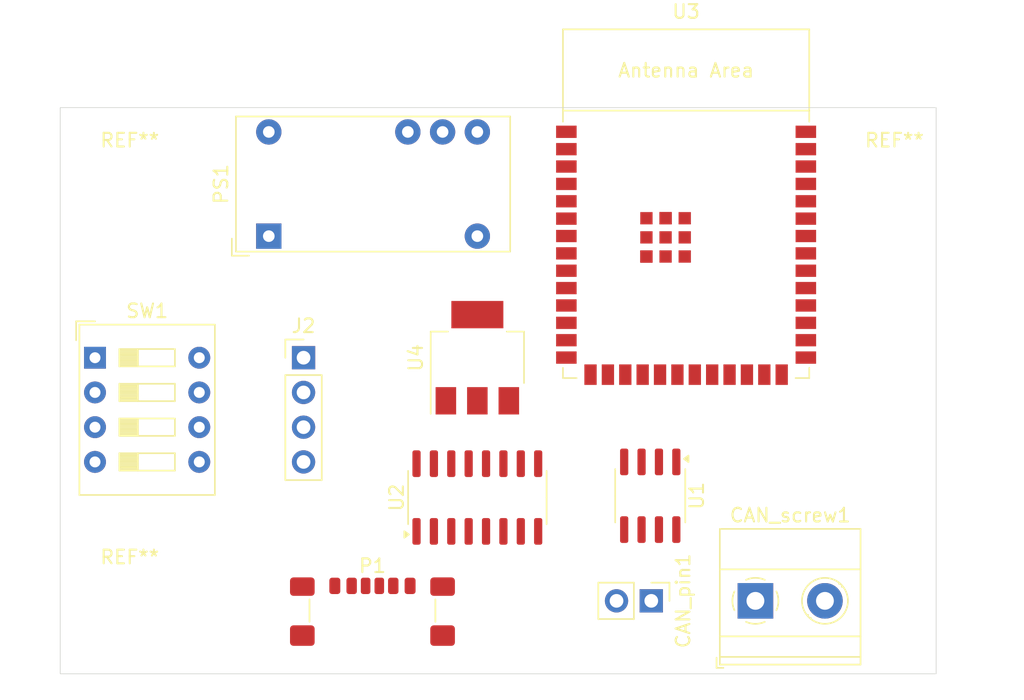
<source format=kicad_pcb>
(kicad_pcb (version 20240706) (generator "pcbnew") (generator_version "8.99")
  (layers (0 "F.Cu" signal) (31 "B.Cu" signal) (34 "B.Paste" user) (35 "F.Paste" user) (36 "B.SilkS" user "B.Silkscreen") (37 "F.SilkS" user "F.Silkscreen") (38 "B.Mask" user) (39 "F.Mask" user) (44 "Edge.Cuts" user) (50 "User.1" signal) (51 "User.2" signal) (52 "User.3" signal) (53 "User.4" signal) (54 "User.5" signal) (55 "User.6" signal) (56 "User.7" signal) (57 "User.8" signal) (58 "User.9" signal))
  (net 0 "")
  (net 1 "GND")
  (net 3 "Net-(U1-R)")
  (net 4 "Net-(U1-D)")
  (net 5 "Net-(U1-VCC)")
  (net 10 "VBUS")
  (net 12 "Net-(U2-RXD)")
  (net 16 "Net-(U2-TXD)")
  (net 25 "Net-(J2-Pin_1)")
  (net 32 "Net-(J2-Pin_2)")
  (net 37 "Net-(U3-SWP{slash}SD3)")
  (net 40 "Net-(U3-SCS{slash}CMD)")
  (net 42 "Net-(P1-VCONN)")
  (net 54 "Net-(J2-Pin_4)")
  (net 55 "Net-(CAN_pin1-Pin_2)")
  (net 56 "Net-(CAN_pin1-Pin_1)")
  (net 58 "Net-(P1-D-)")
  (net 59 "Net-(P1-D+)")
  (net 64 "Net-(U3-SCK{slash}CLK)")
  (net 65 "Net-(U3-SHD{slash}SD2)")
  (footprint "MountingHole:MountingHole_2.2mm_M2" (layer "F.Cu") (at 109.22 104.14)
    (property "Reference" "REF**" (at 0 -3.2 0) (layer "F.SilkS"))
    (property "Value" "MountingHole_2.2mm_M2")
    (pad "" np_thru_hole circle (at 0 0) (size 2.2 2.2) (drill 2.2) (layers "*.Cu" "*.Mask"))
  )
  (footprint "Connector_PinHeader_2.54mm:PinHeader_1x04_P2.54mm_Vertical" (layer "F.Cu") (at 121.92 116.84)
    (property "Reference" "J2" (at 0 -2.33 0) (layer "F.SilkS"))
    (property "Value" "Conn_01x04")
    (fp_line (start -1.33 -1.33) (end 0 -1.33) (stroke (width 0.12)) (layer "F.SilkS"))
    (fp_line (start -1.33 0) (end -1.33 -1.33) (stroke (width 0.12)) (layer "F.SilkS"))
    (fp_line (start -1.33 1.27) (end -1.33 8.95) (stroke (width 0.12)) (layer "F.SilkS"))
    (fp_line (start -1.33 1.27) (end 1.33 1.27) (stroke (width 0.12)) (layer "F.SilkS"))
    (fp_line (start -1.33 8.95) (end 1.33 8.95) (stroke (width 0.12)) (layer "F.SilkS"))
    (fp_line (start 1.33 1.27) (end 1.33 8.95) (stroke (width 0.12)) (layer "F.SilkS"))
    (pad "1" thru_hole rect (at 0 0) (size 1.7 1.7) (drill 1) (layers "*.Cu" "*.Mask") (net 25 "Net-(J2-Pin_1)"))
    (pad "2" thru_hole oval (at 0 2.54) (size 1.7 1.7) (drill 1) (layers "*.Cu" "*.Mask") (net 32 "Net-(J2-Pin_2)"))
    (pad "3" thru_hole oval (at 0 5.08) (size 1.7 1.7) (drill 1) (layers "*.Cu" "*.Mask") (net 1 "GND"))
    (pad "4" thru_hole oval (at 0 7.62) (size 1.7 1.7) (drill 1) (layers "*.Cu" "*.Mask") (net 54 "Net-(J2-Pin_4)"))
  )
  (footprint "MountingHole:MountingHole_2.2mm_M2" (layer "F.Cu") (at 165.1 104.14)
    (property "Reference" "REF**" (at 0 -3.2 0) (layer "F.SilkS"))
    (property "Value" "MountingHole_2.2mm_M2")
    (pad "" np_thru_hole circle (at 0 0) (size 2.2 2.2) (drill 2.2) (layers "*.Cu" "*.Mask"))
  )
  (footprint "Button_Switch_THT:SW_DIP_SPSTx04_Slide_9.78x12.34mm_W7.62mm_P2.54mm" (layer "F.Cu") (at 106.68 116.84)
    (property "Reference" "SW1" (at 3.81 -3.42 0) (layer "F.SilkS"))
    (property "Value" "SW_DIP_x04")
    (fp_line (start -1.38 -2.66) (end -1.38 -1.277) (stroke (width 0.12)) (layer "F.SilkS"))
    (fp_line (start -1.38 -2.66) (end 0.004 -2.66) (stroke (width 0.12)) (layer "F.SilkS"))
    (fp_line (start -1.14 -2.42) (end -1.14 10.04) (stroke (width 0.12)) (layer "F.SilkS"))
    (fp_line (start -1.14 -2.42) (end 8.76 -2.42) (stroke (width 0.12)) (layer "F.SilkS"))
    (fp_line (start -1.14 10.04) (end 8.76 10.04) (stroke (width 0.12)) (layer "F.SilkS"))
    (fp_line (start 1.78 -0.635) (end 1.78 0.635) (stroke (width 0.12)) (layer "F.SilkS"))
    (fp_line (start 1.78 -0.515) (end 3.133333 -0.515) (stroke (width 0.12)) (layer "F.SilkS"))
    (fp_line (start 1.78 -0.395) (end 3.133333 -0.395) (stroke (width 0.12)) (layer "F.SilkS"))
    (fp_line (start 1.78 -0.275) (end 3.133333 -0.275) (stroke (width 0.12)) (layer "F.SilkS"))
    (fp_line (start 1.78 -0.155) (end 3.133333 -0.155) (stroke (width 0.12)) (layer "F.SilkS"))
    (fp_line (start 1.78 -0.035) (end 3.133333 -0.035) (stroke (width 0.12)) (layer "F.SilkS"))
    (fp_line (start 1.78 0.085) (end 3.133333 0.085) (stroke (width 0.12)) (layer "F.SilkS"))
    (fp_line (start 1.78 0.205) (end 3.133333 0.205) (stroke (width 0.12)) (layer "F.SilkS"))
    (fp_line (start 1.78 0.325) (end 3.133333 0.325) (stroke (width 0.12)) (layer "F.SilkS"))
    (fp_line (start 1.78 0.445) (end 3.133333 0.445) (stroke (width 0.12)) (layer "F.SilkS"))
    (fp_line (start 1.78 0.565) (end 3.133333 0.565) (stroke (width 0.12)) (layer "F.SilkS"))
    (fp_line (start 1.78 0.635) (end 5.84 0.635) (stroke (width 0.12)) (layer "F.SilkS"))
    (fp_line (start 1.78 1.905) (end 1.78 3.175) (stroke (width 0.12)) (layer "F.SilkS"))
    (fp_line (start 1.78 2.025) (end 3.133333 2.025) (stroke (width 0.12)) (layer "F.SilkS"))
    (fp_line (start 1.78 2.145) (end 3.133333 2.145) (stroke (width 0.12)) (layer "F.SilkS"))
    (fp_line (start 1.78 2.265) (end 3.133333 2.265) (stroke (width 0.12)) (layer "F.SilkS"))
    (fp_line (start 1.78 2.385) (end 3.133333 2.385) (stroke (width 0.12)) (layer "F.SilkS"))
    (fp_line (start 1.78 2.505) (end 3.133333 2.505) (stroke (width 0.12)) (layer "F.SilkS"))
    (fp_line (start 1.78 2.625) (end 3.133333 2.625) (stroke (width 0.12)) (layer "F.SilkS"))
    (fp_line (start 1.78 2.745) (end 3.133333 2.745) (stroke (width 0.12)) (layer "F.SilkS"))
    (fp_line (start 1.78 2.865) (end 3.133333 2.865) (stroke (width 0.12)) (layer "F.SilkS"))
    (fp_line (start 1.78 2.985) (end 3.133333 2.985) (stroke (width 0.12)) (layer "F.SilkS"))
    (fp_line (start 1.78 3.105) (end 3.133333 3.105) (stroke (width 0.12)) (layer "F.SilkS"))
    (fp_line (start 1.78 3.175) (end 5.84 3.175) (stroke (width 0.12)) (layer "F.SilkS"))
    (fp_line (start 1.78 4.445) (end 1.78 5.715) (stroke (width 0.12)) (layer "F.SilkS"))
    (fp_line (start 1.78 4.565) (end 3.133333 4.565) (stroke (width 0.12)) (layer "F.SilkS"))
    (fp_line (start 1.78 4.685) (end 3.133333 4.685) (stroke (width 0.12)) (layer "F.SilkS"))
    (fp_line (start 1.78 4.805) (end 3.133333 4.805) (stroke (width 0.12)) (layer "F.SilkS"))
    (fp_line (start 1.78 4.925) (end 3.133333 4.925) (stroke (width 0.12)) (layer "F.SilkS"))
    (fp_line (start 1.78 5.045) (end 3.133333 5.045) (stroke (width 0.12)) (layer "F.SilkS"))
    (fp_line (start 1.78 5.165) (end 3.133333 5.165) (stroke (width 0.12)) (layer "F.SilkS"))
    (fp_line (start 1.78 5.285) (end 3.133333 5.285) (stroke (width 0.12)) (layer "F.SilkS"))
    (fp_line (start 1.78 5.405) (end 3.133333 5.405) (stroke (width 0.12)) (layer "F.SilkS"))
    (fp_line (start 1.78 5.525) (end 3.133333 5.525) (stroke (width 0.12)) (layer "F.SilkS"))
    (fp_line (start 1.78 5.645) (end 3.133333 5.645) (stroke (width 0.12)) (layer "F.SilkS"))
    (fp_line (start 1.78 5.715) (end 5.84 5.715) (stroke (width 0.12)) (layer "F.SilkS"))
    (fp_line (start 1.78 6.985) (end 1.78 8.255) (stroke (width 0.12)) (layer "F.SilkS"))
    (fp_line (start 1.78 7.105) (end 3.133333 7.105) (stroke (width 0.12)) (layer "F.SilkS"))
    (fp_line (start 1.78 7.225) (end 3.133333 7.225) (stroke (width 0.12)) (layer "F.SilkS"))
    (fp_line (start 1.78 7.345) (end 3.133333 7.345) (stroke (width 0.12)) (layer "F.SilkS"))
    (fp_line (start 1.78 7.465) (end 3.133333 7.465) (stroke (width 0.12)) (layer "F.SilkS"))
    (fp_line (start 1.78 7.585) (end 3.133333 7.585) (stroke (width 0.12)) (layer "F.SilkS"))
    (fp_line (start 1.78 7.705) (end 3.133333 7.705) (stroke (width 0.12)) (layer "F.SilkS"))
    (fp_line (start 1.78 7.825) (end 3.133333 7.825) (stroke (width 0.12)) (layer "F.SilkS"))
    (fp_line (start 1.78 7.945) (end 3.133333 7.945) (stroke (width 0.12)) (layer "F.SilkS"))
    (fp_line (start 1.78 8.065) (end 3.133333 8.065) (stroke (width 0.12)) (layer "F.SilkS"))
    (fp_line (start 1.78 8.185) (end 3.133333 8.185) (stroke (width 0.12)) (layer "F.SilkS"))
    (fp_line (start 1.78 8.255) (end 5.84 8.255) (stroke (width 0.12)) (layer "F.SilkS"))
    (fp_line (start 3.133333 -0.635) (end 3.133333 0.635) (stroke (width 0.12)) (layer "F.SilkS"))
    (fp_line (start 3.133333 1.905) (end 3.133333 3.175) (stroke (width 0.12)) (layer "F.SilkS"))
    (fp_line (start 3.133333 4.445) (end 3.133333 5.715) (stroke (width 0.12)) (layer "F.SilkS"))
    (fp_line (start 3.133333 6.985) (end 3.133333 8.255) (stroke (width 0.12)) (layer "F.SilkS"))
    (fp_line (start 5.84 -0.635) (end 1.78 -0.635) (stroke (width 0.12)) (layer "F.SilkS"))
    (fp_line (start 5.84 0.635) (end 5.84 -0.635) (stroke (width 0.12)) (layer "F.SilkS"))
    (fp_line (start 5.84 1.905) (end 1.78 1.905) (stroke (width 0.12)) (layer "F.SilkS"))
    (fp_line (start 5.84 3.175) (end 5.84 1.905) (stroke (width 0.12)) (layer "F.SilkS"))
    (fp_line (start 5.84 4.445) (end 1.78 4.445) (stroke (width 0.12)) (layer "F.SilkS"))
    (fp_line (start 5.84 5.715) (end 5.84 4.445) (stroke (width 0.12)) (layer "F.SilkS"))
    (fp_line (start 5.84 6.985) (end 1.78 6.985) (stroke (width 0.12)) (layer "F.SilkS"))
    (fp_line (start 5.84 8.255) (end 5.84 6.985) (stroke (width 0.12)) (layer "F.SilkS"))
    (fp_line (start 8.76 -2.42) (end 8.76 10.04) (stroke (width 0.12)) (layer "F.SilkS"))
    (pad "1" thru_hole rect (at 0 0) (size 1.6 1.6) (drill 0.8) (layers "*.Cu" "*.Mask") (net 65 "Net-(U3-SHD{slash}SD2)"))
    (pad "2" thru_hole oval (at 0 2.54) (size 1.6 1.6) (drill 0.8) (layers "*.Cu" "*.Mask") (net 37 "Net-(U3-SWP{slash}SD3)"))
    (pad "3" thru_hole oval (at 0 5.08) (size 1.6 1.6) (drill 0.8) (layers "*.Cu" "*.Mask") (net 64 "Net-(U3-SCK{slash}CLK)"))
    (pad "4" thru_hole oval (at 0 7.62) (size 1.6 1.6) (drill 0.8) (layers "*.Cu" "*.Mask") (net 40 "Net-(U3-SCS{slash}CMD)"))
    (pad "5" thru_hole oval (at 7.62 7.62) (size 1.6 1.6) (drill 0.8) (layers "*.Cu" "*.Mask"))
    (pad "6" thru_hole oval (at 7.62 5.08) (size 1.6 1.6) (drill 0.8) (layers "*.Cu" "*.Mask"))
    (pad "7" thru_hole oval (at 7.62 2.54) (size 1.6 1.6) (drill 0.8) (layers "*.Cu" "*.Mask"))
    (pad "8" thru_hole oval (at 7.62 0) (size 1.6 1.6) (drill 0.8) (layers "*.Cu" "*.Mask"))
  )
  (footprint "Connector_USB:USB_C_Receptacle_GCT_USB4135-GF-A_6P_TopMnt_Horizontal" (layer "F.Cu") (at 126.955 136.5575)
    (property "Reference" "P1" (at 0 -4.5 0) (layer "F.SilkS"))
    (property "Value" "USB_C_Plug_USB2.0")
    (fp_line (start -4.6 -2.04) (end -4.6 -0.41) (stroke (width 0.12)) (layer "F.SilkS"))
    (fp_line (start 4.6 -2.04) (end 4.6 -0.41) (stroke (width 0.12)) (layer "F.SilkS"))
    (pad "A5" smd roundrect (at -0.5 -3.0325) (size 0.7 1.2) (layers "F.Cu" "F.Paste" "F.Mask"))
    (pad "A9" smd roundrect (at 1.52 -3.0325 180) (size 0.76 1.2) (layers "F.Cu" "F.Paste" "F.Mask") (net 10 "VBUS"))
    (pad "A12" smd roundrect (at 2.75 -3.0325 180) (size 0.8 1.2) (layers "F.Cu" "F.Paste" "F.Mask") (net 1 "GND"))
    (pad "B5" smd roundrect (at 0.5 -3.0325 180) (size 0.7 1.2) (layers "F.Cu" "F.Paste" "F.Mask") (net 42 "Net-(P1-VCONN)"))
    (pad "B9" smd roundrect (at -1.52 -3.0325) (size 0.76 1.2) (layers "F.Cu" "F.Paste" "F.Mask") (net 10 "VBUS"))
    (pad "B12" smd roundrect (at -2.75 -3.0325) (size 0.8 1.2) (layers "F.Cu" "F.Paste" "F.Mask") (net 1 "GND"))
    (pad "S1" smd roundrect (at -5.125 -2.9775) (size 1.8 1.35) (layers "F.Cu" "F.Paste" "F.Mask") (roundrect_rratio 0.1851851852))
    (pad "S1" smd roundrect (at -5.125 0.6025) (size 1.8 1.5) (layers "F.Cu" "F.Paste" "F.Mask") (roundrect_rratio 0.1666666667))
    (pad "S1" smd roundrect (at 5.125 -2.9775) (size 1.8 1.35) (layers "F.Cu" "F.Paste" "F.Mask") (roundrect_rratio 0.1851851852))
    (pad "S1" smd roundrect (at 5.125 0.6025) (size 1.8 1.5) (layers "F.Cu" "F.Paste" "F.Mask") (roundrect_rratio 0.1666666667))
  )
  (footprint "TerminalBlock_Phoenix:TerminalBlock_Phoenix_MKDS-1,5-2-5.08_1x02_P5.08mm_Horizontal" (layer "F.Cu") (at 154.94 134.62)
    (property "Reference" "CAN_screw1" (at 2.54 -6.26 0) (layer "F.SilkS"))
    (property "Value" "Screw_Terminal_01x02")
    (fp_line (start -2.84 4.16) (end -2.84 4.9) (stroke (width 0.12)) (layer "F.SilkS"))
    (fp_line (start -2.84 4.9) (end -2.34 4.9) (stroke (width 0.12)) (layer "F.SilkS"))
    (fp_line (start -2.6 -5.261) (end -2.6 4.66) (stroke (width 0.12)) (layer "F.SilkS"))
    (fp_line (start -2.6 -5.261) (end 7.68 -5.261) (stroke (width 0.12)) (layer "F.SilkS"))
    (fp_line (start -2.6 -2.301) (end 7.68 -2.301) (stroke (width 0.12)) (layer "F.SilkS"))
    (fp_line (start -2.6 2.6) (end 7.68 2.6) (stroke (width 0.12)) (layer "F.SilkS"))
    (fp_line (start -2.6 4.1) (end 7.68 4.1) (stroke (width 0.12)) (layer "F.SilkS"))
    (fp_line (start -2.6 4.66) (end 7.68 4.66) (stroke (width 0.12)) (layer "F.SilkS"))
    (fp_line (start 3.853 1.023) (end 3.806 1.069) (stroke (width 0.12)) (layer "F.SilkS"))
    (fp_line (start 4.046 1.239) (end 4.011 1.274) (stroke (width 0.12)) (layer "F.SilkS"))
    (fp_line (start 6.15 -1.275) (end 6.115 -1.239) (stroke (width 0.12)) (layer "F.SilkS"))
    (fp_line (start 6.355 -1.069) (end 6.308 -1.023) (stroke (width 0.12)) (layer "F.SilkS"))
    (fp_line (start 7.68 -5.261) (end 7.68 4.66) (stroke (width 0.12)) (layer "F.SilkS"))
    (fp_arc (start -1.535427 0.683042) (mid -1.680501 -0.000524) (end -1.535 -0.684) (stroke (width 0.12)) (layer "F.SilkS"))
    (fp_arc (start -0.683042 -1.535427) (mid 0.000524 -1.680501) (end 0.684 -1.535) (stroke (width 0.12)) (layer "F.SilkS"))
    (fp_arc (start 0.028805 1.680253) (mid -0.335551 1.646659) (end -0.684 1.535) (stroke (width 0.12)) (layer "F.SilkS"))
    (fp_arc (start 0.683318 1.534756) (mid 0.349292 1.643288) (end 0 1.68) (stroke (width 0.12)) (layer "F.SilkS"))
    (fp_arc (start 1.535427 -0.683042) (mid 1.680501 0.000524) (end 1.535 0.684) (stroke (width 0.12)) (layer "F.SilkS"))
    (fp_circle (center 5.08 0) (end 6.76 0) (stroke (width 0.12)) (fill none) (layer "F.SilkS"))
    (pad "1" thru_hole rect (at 0 0) (size 2.6 2.6) (drill 1.3) (layers "*.Cu" "*.Mask") (net 56 "Net-(CAN_pin1-Pin_1)"))
    (pad "2" thru_hole circle (at 5.08 0) (size 2.6 2.6) (drill 1.3) (layers "*.Cu" "*.Mask") (net 55 "Net-(CAN_pin1-Pin_2)"))
  )
  (footprint "Package_TO_SOT_SMD:SOT-223-3_TabPin2" (layer "F.Cu") (at 134.62 116.84 90)
    (property "Reference" "U4" (at 0 -4.5 -90) (layer "F.SilkS"))
    (property "Value" "AMS1117-3.3" (hide yes))
    (fp_line (start 1.91 -3.41) (end 1.91 -2.15) (stroke (width 0.12)) (layer "F.SilkS"))
    (fp_line (start -4.1 -3.41) (end 1.91 -3.41) (stroke (width 0.12)) (layer "F.SilkS"))
    (fp_line (start 1.91 3.41) (end 1.91 2.15) (stroke (width 0.12)) (layer "F.SilkS"))
    (fp_line (start -1.85 3.41) (end 1.91 3.41) (stroke (width 0.12)) (layer "F.SilkS"))
    (pad "1" smd rect (at -3.15 -2.3 90) (size 2 1.5) (layers "F.Cu" "F.Paste" "F.Mask"))
    (pad "2" smd rect (at -3.15 0 90) (size 2 1.5) (layers "F.Cu" "F.Paste" "F.Mask") (net 5 "Net-(U1-VCC)"))
    (pad "2" smd rect (at 3.15 0 90) (size 2 3.8) (layers "F.Cu" "F.Paste" "F.Mask") (net 5 "Net-(U1-VCC)"))
    (pad "3" smd rect (at -3.15 2.3 90) (size 2 1.5) (layers "F.Cu" "F.Paste" "F.Mask") (net 42 "Net-(P1-VCONN)"))
  )
  (footprint "MountingHole:MountingHole_2.2mm_M2" (layer "F.Cu") (at 109.22 134.62)
    (property "Reference" "REF**" (at 0 -3.2 0) (layer "F.SilkS"))
    (property "Value" "MountingHole_2.2mm_M2")
    (pad "" np_thru_hole circle (at 0 0) (size 2.2 2.2) (drill 2.2) (layers "*.Cu" "*.Mask"))
  )
  (footprint "Package_SO:SOIC-8_3.9x4.9mm_P1.27mm" (layer "F.Cu") (at 147.255 126.935 -90)
    (property "Reference" "U1" (at 0 -3.4 90) (layer "F.SilkS"))
    (property "Value" "SN65HVD230" (hide yes))
    (fp_line (start 0 2.56) (end -1.95 2.56) (stroke (width 0.12)) (layer "F.SilkS"))
    (fp_line (start 0 2.56) (end 1.95 2.56) (stroke (width 0.12)) (layer "F.SilkS"))
    (fp_line (start 0 -2.56) (end -1.95 -2.56) (stroke (width 0.12)) (layer "F.SilkS"))
    (fp_line (start 0 -2.56) (end 1.95 -2.56) (stroke (width 0.12)) (layer "F.SilkS"))
    (fp_poly (pts (xy -2.7 -2.465) (xy -2.94 -2.795) (xy -2.46 -2.795) (xy -2.7 -2.465)) (stroke (width 0.12)) (fill solid) (layer "F.SilkS"))
    (pad "1" smd roundrect (at -2.475 -1.905 270) (size 1.95 0.6) (layers "F.Cu" "F.Paste" "F.Mask") (net 4 "Net-(U1-D)"))
    (pad "2" smd roundrect (at -2.475 -0.635 270) (size 1.95 0.6) (layers "F.Cu" "F.Paste" "F.Mask") (net 1 "GND"))
    (pad "3" smd roundrect (at -2.475 0.635 270) (size 1.95 0.6) (layers "F.Cu" "F.Paste" "F.Mask") (net 5 "Net-(U1-VCC)"))
    (pad "4" smd roundrect (at -2.475 1.905 270) (size 1.95 0.6) (layers "F.Cu" "F.Paste" "F.Mask") (net 3 "Net-(U1-R)"))
    (pad "5" smd roundrect (at 2.475 1.905 270) (size 1.95 0.6) (layers "F.Cu" "F.Paste" "F.Mask"))
    (pad "6" smd roundrect (at 2.475 0.635 270) (size 1.95 0.6) (layers "F.Cu" "F.Paste" "F.Mask") (net 55 "Net-(CAN_pin1-Pin_2)"))
    (pad "7" smd roundrect (at 2.475 -0.635 270) (size 1.95 0.6) (layers "F.Cu" "F.Paste" "F.Mask") (net 56 "Net-(CAN_pin1-Pin_1)"))
    (pad "8" smd roundrect (at 2.475 -1.905 270) (size 1.95 0.6) (layers "F.Cu" "F.Paste" "F.Mask"))
  )
  (footprint "Package_SO:SOIC-16_3.9x9.9mm_P1.27mm" (layer "F.Cu") (at 134.62 127.065 90)
    (property "Reference" "U2" (at 0 -5.9 -90) (layer "F.SilkS"))
    (property "Value" "CH340C")
    (fp_line (start 0 -5.06) (end 1.95 -5.06) (stroke (width 0.12)) (layer "F.SilkS"))
    (fp_line (start 0 -5.06) (end -1.95 -5.06) (stroke (width 0.12)) (layer "F.SilkS"))
    (fp_line (start 0 5.06) (end 1.95 5.06) (stroke (width 0.12)) (layer "F.SilkS"))
    (fp_line (start 0 5.06) (end -1.95 5.06) (stroke (width 0.12)) (layer "F.SilkS"))
    (fp_poly (pts (xy -2.7 -5.005) (xy -2.94 -5.335) (xy -2.46 -5.335) (xy -2.7 -5.005)) (stroke (width 0.12)) (fill solid) (layer "F.SilkS"))
    (pad "1" smd roundrect (at -2.475 -4.445 90) (size 1.95 0.6) (layers "F.Cu" "F.Paste" "F.Mask") (net 1 "GND"))
    (pad "2" smd roundrect (at -2.475 -3.175 90) (size 1.95 0.6) (layers "F.Cu" "F.Paste" "F.Mask") (net 16 "Net-(U2-TXD)"))
    (pad "3" smd roundrect (at -2.475 -1.905 90) (size 1.95 0.6) (layers "F.Cu" "F.Paste" "F.Mask") (net 12 "Net-(U2-RXD)"))
    (pad "4" smd roundrect (at -2.475 -0.635 90) (size 1.95 0.6) (layers "F.Cu" "F.Paste" "F.Mask"))
    (pad "5" smd roundrect (at -2.475 0.635 90) (size 1.95 0.6) (layers "F.Cu" "F.Paste" "F.Mask") (net 59 "Net-(P1-D+)"))
    (pad "6" smd roundrect (at -2.475 1.905 90) (size 1.95 0.6) (layers "F.Cu" "F.Paste" "F.Mask") (net 58 "Net-(P1-D-)"))
    (pad "7" smd roundrect (at -2.475 3.175 90) (size 1.95 0.6) (layers "F.Cu" "F.Paste" "F.Mask"))
    (pad "8" smd roundrect (at -2.475 4.445 90) (size 1.95 0.6) (layers "F.Cu" "F.Paste" "F.Mask"))
    (pad "9" smd roundrect (at 2.475 4.445 90) (size 1.95 0.6) (layers "F.Cu" "F.Paste" "F.Mask"))
    (pad "10" smd roundrect (at 2.475 3.175 90) (size 1.95 0.6) (layers "F.Cu" "F.Paste" "F.Mask"))
    (pad "11" smd roundrect (at 2.475 1.905 90) (size 1.95 0.6) (layers "F.Cu" "F.Paste" "F.Mask"))
    (pad "12" smd roundrect (at 2.475 0.635 90) (size 1.95 0.6) (layers "F.Cu" "F.Paste" "F.Mask"))
    (pad "13" smd roundrect (at 2.475 -0.635 90) (size 1.95 0.6) (layers "F.Cu" "F.Paste" "F.Mask"))
    (pad "14" smd roundrect (at 2.475 -1.905 90) (size 1.95 0.6) (layers "F.Cu" "F.Paste" "F.Mask"))
    (pad "15" smd roundrect (at 2.475 -3.175 90) (size 1.95 0.6) (layers "F.Cu" "F.Paste" "F.Mask"))
    (pad "16" smd roundrect (at 2.475 -4.445 90) (size 1.95 0.6) (layers "F.Cu" "F.Paste" "F.Mask") (net 10 "VBUS"))
  )
  (footprint "Connector_PinHeader_2.54mm:PinHeader_1x02_P2.54mm_Vertical" (layer "F.Cu") (at 147.33 134.62 -90)
    (property "Reference" "CAN_pin1" (at 0 -2.33 90) (layer "F.SilkS"))
    (property "Value" "Conn_01x02")
    (fp_line (start -1.33 3.87) (end 1.33 3.87) (stroke (width 0.12)) (layer "F.SilkS"))
    (fp_line (start -1.33 1.27) (end -1.33 3.87) (stroke (width 0.12)) (layer "F.SilkS"))
    (fp_line (start -1.33 1.27) (end 1.33 1.27) (stroke (width 0.12)) (layer "F.SilkS"))
    (fp_line (start 1.33 1.27) (end 1.33 3.87) (stroke (width 0.12)) (layer "F.SilkS"))
    (fp_line (start -1.33 0) (end -1.33 -1.33) (stroke (width 0.12)) (layer "F.SilkS"))
    (fp_line (start -1.33 -1.33) (end 0 -1.33) (stroke (width 0.12)) (layer "F.SilkS"))
    (pad "1" thru_hole rect (at 0 0 270) (size 1.7 1.7) (drill 1) (layers "*.Cu" "*.Mask") (net 56 "Net-(CAN_pin1-Pin_1)"))
    (pad "2" thru_hole oval (at 0 2.54 270) (size 1.7 1.7) (drill 1) (layers "*.Cu" "*.Mask") (net 55 "Net-(CAN_pin1-Pin_2)"))
  )
  (footprint "Converter_DCDC:Converter_DCDC_XP_POWER-IHxxxxDH_THT" (layer "F.Cu") (at 119.38 107.95 90)
    (property "Reference" "PS1" (at 3.81 -3.49 90) (layer "F.SilkS"))
    (property "Value" "IH4805S")
    (fp_line (start -0.18 -2.7) (end -1.43 -2.7) (stroke (width 0.12)) (layer "F.SilkS"))
    (fp_line (start -1.43 -2.7) (end -1.43 -1.45) (stroke (width 0.12)) (layer "F.SilkS"))
    (fp_line (start 8.75 -2.4) (end -1.13 -2.4) (stroke (width 0.12)) (layer "F.SilkS"))
    (fp_line (start -1.13 -2.4) (end -1.13 17.64) (stroke (width 0.12)) (layer "F.SilkS"))
    (fp_line (start 8.75 17.64) (end 8.75 -2.4) (stroke (width 0.12)) (layer "F.SilkS"))
    (fp_line (start -1.13 17.64) (end 8.75 17.64) (stroke (width 0.12)) (layer "F.SilkS"))
    (pad "1" thru_hole rect (at 0 0 90) (size 1.85 1.85) (drill 0.85) (layers "*.Cu" "*.Mask"))
    (pad "2" thru_hole circle (at 0 15.24 90) (size 1.85 1.85) (drill 0.85) (layers "*.Cu" "*.Mask"))
    (pad "3" thru_hole circle (at 7.62 0 90) (size 1.85 1.85) (drill 0.85) (layers "*.Cu" "*.Mask") (net 54 "Net-(J2-Pin_4)"))
    (pad "4" thru_hole circle (at 7.62 10.16 90) (size 1.85 1.85) (drill 0.85) (layers "*.Cu" "*.Mask"))
    (pad "5" thru_hole circle (at 7.62 15.24 90) (size 1.85 1.85) (drill 0.85) (layers "*.Cu" "*.Mask"))
    (pad "6" thru_hole circle (at 7.62 12.7 90) (size 1.85 1.85) (drill 0.85) (layers "*.Cu" "*.Mask"))
  )
  (footprint "PCM_Espressif:ESP32-S3-WROOM-1" (layer "F.Cu") (at 149.875 108.58)
    (property "Reference" "U3" (at 0 -17.05 0) (layer "F.SilkS"))
    (property "Value" "ESP32-S3-WROOM-1")
    (fp_line (start -9 -15.75) (end -9 -9) (stroke (width 0.12)) (layer "F.SilkS"))
    (fp_line (start -9 -15.75) (end 9 -15.75) (stroke (width 0.12)) (layer "F.SilkS"))
    (fp_line (start -9 9) (end -9 9.75) (stroke (width 0.12)) (layer "F.SilkS"))
    (fp_line (start -9 9.75) (end -8 9.75) (stroke (width 0.12)) (layer "F.SilkS"))
    (fp_line (start 9 -15.75) (end 9 -9) (stroke (width 0.12)) (layer "F.SilkS"))
    (fp_line (start 9 -9.81) (end -9 -9.81) (stroke (width 0.12)) (layer "F.SilkS"))
    (fp_line (start 9 9) (end 9 9.75) (stroke (width 0.12)) (layer "F.SilkS"))
    (fp_line (start 9 9.75) (end 8 9.75) (stroke (width 0.12)) (layer "F.SilkS"))
    (fp_text user "Antenna Area" (at 0 -12.75 0) (layer "F.SilkS"))
    (pad "1" smd rect (at -8.75 -8.26) (size 1.5 0.9) (layers "F.Cu" "F.Paste" "F.Mask") (net 1 "GND"))
    (pad "2" smd rect (at -8.75 -6.99) (size 1.5 0.9) (layers "F.Cu" "F.Paste" "F.Mask") (net 5 "Net-(U1-VCC)"))
    (pad "3" smd rect (at -8.75 -5.72) (size 1.5 0.9) (layers "F.Cu" "F.Paste" "F.Mask"))
    (pad "4" smd rect (at -8.75 -4.45) (size 1.5 0.9) (layers "F.Cu" "F.Paste" "F.Mask"))
    (pad "5" smd rect (at -8.75 -3.18) (size 1.5 0.9) (layers "F.Cu" "F.Paste" "F.Mask"))
    (pad "6" smd rect (at -8.75 -1.91) (size 1.5 0.9) (layers "F.Cu" "F.Paste" "F.Mask") (net 3 "Net-(U1-R)"))
    (pad "7" smd rect (at -8.75 -0.64) (size 1.5 0.9) (layers "F.Cu" "F.Paste" "F.Mask"))
    (pad "8" smd rect (at -8.75 0.63) (size 1.5 0.9) (layers "F.Cu" "F.Paste" "F.Mask"))
    (pad "9" smd rect (at -8.75 1.9) (size 1.5 0.9) (layers "F.Cu" "F.Paste" "F.Mask") (net 4 "Net-(U1-D)"))
    (pad "10" smd rect (at -8.75 3.17) (size 1.5 0.9) (layers "F.Cu" "F.Paste" "F.Mask"))
    (pad "11" smd rect (at -8.75 4.44) (size 1.5 0.9) (layers "F.Cu" "F.Paste" "F.Mask"))
    (pad "12" smd rect (at -8.75 5.71) (size 1.5 0.9) (layers "F.Cu" "F.Paste" "F.Mask"))
    (pad "13" smd rect (at -8.75 6.98) (size 1.5 0.9) (layers "F.Cu" "F.Paste" "F.Mask"))
    (pad "14" smd rect (at -8.75 8.25) (size 1.5 0.9) (layers "F.Cu" "F.Paste" "F.Mask"))
    (pad "15" smd rect (at -6.985 9.5 90) (size 1.5 0.9) (layers "F.Cu" "F.Paste" "F.Mask") (net 1 "GND"))
    (pad "16" smd rect (at -5.715 9.5 90) (size 1.5 0.9) (layers "F.Cu" "F.Paste" "F.Mask"))
    (pad "17" smd rect (at -4.445 9.5 90) (size 1.5 0.9) (layers "F.Cu" "F.Paste" "F.Mask") (net 65 "Net-(U3-SHD{slash}SD2)"))
    (pad "18" smd rect (at -3.175 9.5 90) (size 1.5 0.9) (layers "F.Cu" "F.Paste" "F.Mask") (net 37 "Net-(U3-SWP{slash}SD3)"))
    (pad "19" smd rect (at -1.905 9.5 90) (size 1.5 0.9) (layers "F.Cu" "F.Paste" "F.Mask") (net 40 "Net-(U3-SCS{slash}CMD)"))
    (pad "20" smd rect (at -0.635 9.5 90) (size 1.5 0.9) (layers "F.Cu" "F.Paste" "F.Mask") (net 64 "Net-(U3-SCK{slash}CLK)"))
    (pad "21" smd rect (at 0.635 9.5 90) (size 1.5 0.9) (layers "F.Cu" "F.Paste" "F.Mask"))
    (pad "22" smd rect (at 1.905 9.5 90) (size 1.5 0.9) (layers "F.Cu" "F.Paste" "F.Mask"))
    (pad "23" smd rect (at 3.175 9.5 90) (size 1.5 0.9) (layers "F.Cu" "F.Paste" "F.Mask"))
    (pad "24" smd rect (at 4.445 9.5 90) (size 1.5 0.9) (layers "F.Cu" "F.Paste" "F.Mask"))
    (pad "25" smd rect (at 5.715 9.5 90) (size 1.5 0.9) (layers "F.Cu" "F.Paste" "F.Mask"))
    (pad "26" smd rect (at 6.985 9.5 90) (size 1.5 0.9) (layers "F.Cu" "F.Paste" "F.Mask"))
    (pad "27" smd rect (at 8.75 8.25 180) (size 1.5 0.9) (layers "F.Cu" "F.Paste" "F.Mask") (net 25 "Net-(J2-Pin_1)"))
    (pad "28" smd rect (at 8.75 6.98 180) (size 1.5 0.9) (layers "F.Cu" "F.Paste" "F.Mask") (net 32 "Net-(J2-Pin_2)"))
    (pad "29" smd rect (at 8.75 5.71 180) (size 1.5 0.9) (layers "F.Cu" "F.Paste" "F.Mask"))
    (pad "30" smd rect (at 8.75 4.44 180) (size 1.5 0.9) (layers "F.Cu" "F.Paste" "F.Mask"))
    (pad "31" smd rect (at 8.75 3.17 180) (size 1.5 0.9) (layers "F.Cu" "F.Paste" "F.Mask"))
    (pad "32" smd rect (at 8.75 1.9 180) (size 1.5 0.9) (layers "F.Cu" "F.Paste" "F.Mask"))
    (pad "33" smd rect (at 8.75 0.63 180) (size 1.5 0.9) (layers "F.Cu" "F.Paste" "F.Mask"))
    (pad "34" smd rect (at 8.75 -0.64 180) (size 1.5 0.9) (layers "F.Cu" "F.Paste" "F.Mask") (net 12 "Net-(U2-RXD)"))
    (pad "35" smd rect (at 8.75 -1.91 180) (size 1.5 0.9) (layers "F.Cu" "F.Paste" "F.Mask") (net 16 "Net-(U2-TXD)"))
    (pad "36" smd rect (at 8.75 -3.18 180) (size 1.5 0.9) (layers "F.Cu" "F.Paste" "F.Mask"))
    (pad "37" smd rect (at 8.75 -4.45 180) (size 1.5 0.9) (layers "F.Cu" "F.Paste" "F.Mask"))
    (pad "38" smd rect (at 8.75 -5.72 180) (size 1.5 0.9) (layers "F.Cu" "F.Paste" "F.Mask") (net 1 "GND"))
    (pad "39" smd rect (at 8.75 -6.99 180) (size 1.5 0.9) (layers "F.Cu" "F.Paste" "F.Mask") (net 1 "GND"))
    (pad "40" smd rect (at 8.75 -8.26 180) (size 1.5 0.9) (layers "F.Cu" "F.Paste" "F.Mask"))
    (pad "41" smd rect (at -2.9 -1.94 180) (size 0.9 0.9) (layers "F.Cu" "F.Paste" "F.Mask"))
    (pad "41" smd rect (at -2.9 -0.54 180) (size 0.9 0.9) (layers "F.Cu" "F.Paste" "F.Mask"))
    (pad "41" smd rect (at -2.9 0.86 180) (size 0.9 0.9) (layers "F.Cu" "F.Paste" "F.Mask"))
    (pad "41" smd rect (at -2.9 0.86 180) (size 0.9 0.9) (layers "F.Cu" "F.Paste" "F.Mask"))
    (pad "41" smd rect (at -1.5 -1.94 180) (size 0.9 0.9) (layers "F.Cu" "F.Paste" "F.Mask"))
    (pad "41" smd rect (at -1.5 -1.94 180) (size 0.9 0.9) (layers "F.Cu" "F.Paste" "F.Mask"))
    (pad "41" smd rect (at -1.5 -0.54 180) (size 0.9 0.9) (layers "F.Cu" "F.Paste" "F.Mask"))
    (pad "41" smd rect (at -1.5 0.86 180) (size 0.9 0.9) (layers "F.Cu" "F.Paste" "F.Mask"))
    (pad "41" smd rect (at -0.1 -1.94 180) (size 0.9 0.9) (layers "F.Cu" "F.Paste" "F.Mask"))
    (pad "41" smd rect (at -0.1 -0.54 180) (size 0.9 0.9) (layers "F.Cu" "F.Paste" "F.Mask"))
    (pad "41" smd rect (at -0.1 0.86 180) (size 0.9 0.9) (layers "F.Cu" "F.Paste" "F.Mask"))
  )
  (gr_rect (start 104.14 98.552) (end 168.148 139.954) (stroke (width 0.05)) (fill none) (layer "Edge.Cuts"))
)
</source>
